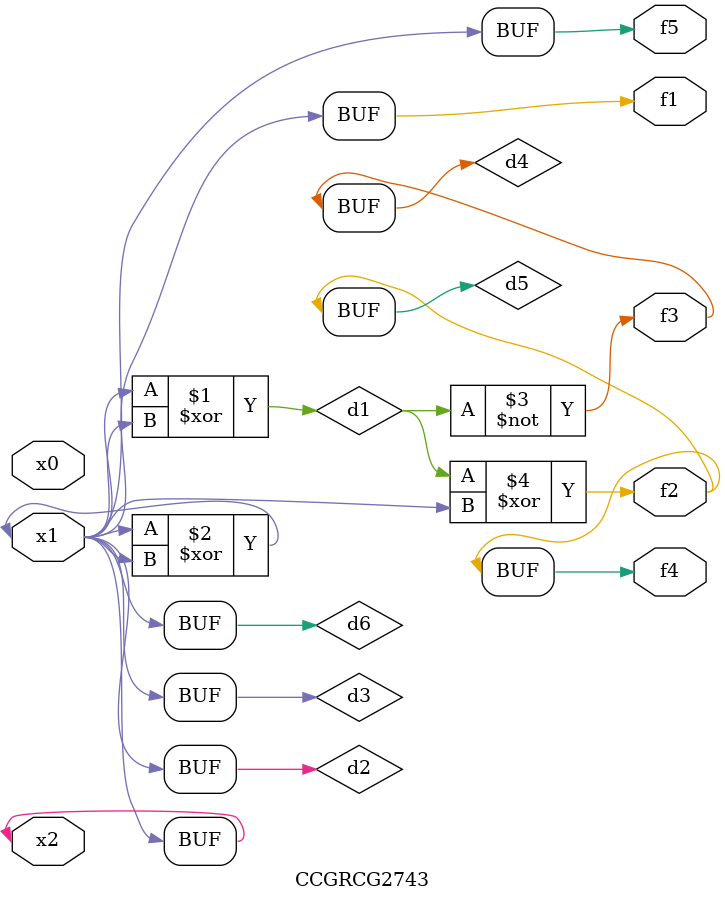
<source format=v>
module CCGRCG2743(
	input x0, x1, x2,
	output f1, f2, f3, f4, f5
);

	wire d1, d2, d3, d4, d5, d6;

	xor (d1, x1, x2);
	buf (d2, x1, x2);
	xor (d3, x1, x2);
	nor (d4, d1);
	xor (d5, d1, d2);
	buf (d6, d2, d3);
	assign f1 = d6;
	assign f2 = d5;
	assign f3 = d4;
	assign f4 = d5;
	assign f5 = d6;
endmodule

</source>
